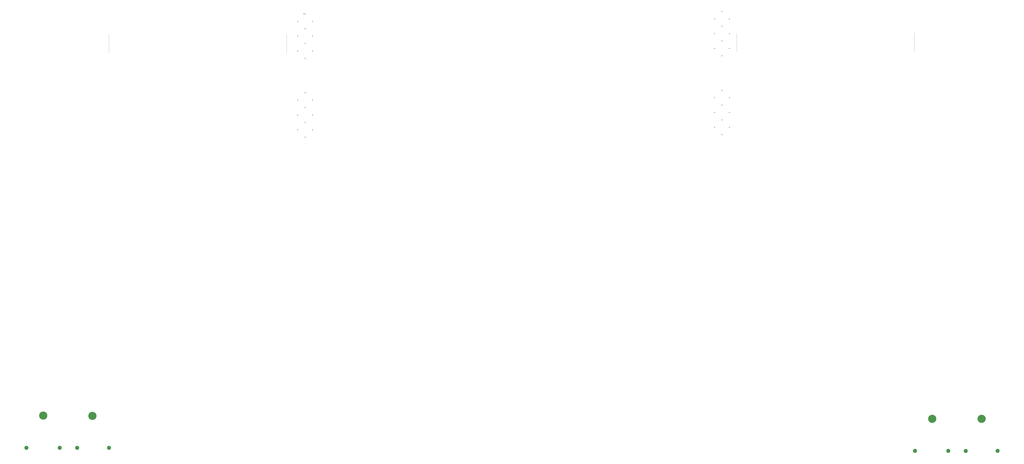
<source format=gbr>
%TF.GenerationSoftware,Altium Limited,Altium Designer,23.9.2 (47)*%
G04 Layer_Color=0*
%FSLAX45Y45*%
%MOMM*%
%TF.SameCoordinates,B27666AA-0A3C-4052-95A3-D01BD246DD82*%
%TF.FilePolarity,Positive*%
%TF.FileFunction,Plated,1,2,PTH,Drill*%
%TF.Part,Single*%
G01*
G75*
%TA.AperFunction,OtherDrill,Pad Free-3 (747.972mm,338.065mm)*%
%ADD26C,0.40000*%
%TA.AperFunction,OtherDrill,Pad Free-3 (748mm,339mm)*%
%ADD27C,0.40000*%
%TA.AperFunction,OtherDrill,Pad Free-3 (748mm,340mm)*%
%ADD28C,0.40000*%
%TA.AperFunction,OtherDrill,Pad Free-3 (748mm,341mm)*%
%ADD29C,0.40000*%
%TA.AperFunction,OtherDrill,Pad Free-3 (748mm,342mm)*%
%ADD30C,0.40000*%
%TA.AperFunction,OtherDrill,Pad Free-3 (748mm,343mm)*%
%ADD31C,0.40000*%
%TA.AperFunction,OtherDrill,Pad Free-3 (748mm,344mm)*%
%ADD32C,0.40000*%
%TA.AperFunction,OtherDrill,Pad Free-3 (748mm,345mm)*%
%ADD33C,0.40000*%
%TA.AperFunction,OtherDrill,Pad Free-3 (748mm,346mm)*%
%ADD34C,0.40000*%
%TA.AperFunction,OtherDrill,Pad Free-3 (748mm,347mm)*%
%ADD35C,0.40000*%
%TA.AperFunction,OtherDrill,Pad Free-3 (748mm,348mm)*%
%ADD36C,0.40000*%
%TA.AperFunction,OtherDrill,Pad Free-3 (748mm,349mm)*%
%ADD37C,0.40000*%
%TA.AperFunction,OtherDrill,Pad Free-3 (748mm,350mm)*%
%ADD38C,0.40000*%
%TA.AperFunction,OtherDrill,Pad Free-3 (748mm,351mm)*%
%ADD39C,0.40000*%
%TA.AperFunction,OtherDrill,Pad Free-3 (748mm,352mm)*%
%ADD40C,0.40000*%
%TA.AperFunction,OtherDrill,Pad Free-3 (604.029mm,352.01mm)*%
%ADD41C,0.40000*%
%TA.AperFunction,OtherDrill,Pad Free-3 (604.029mm,351.01mm)*%
%ADD42C,0.40000*%
%TA.AperFunction,OtherDrill,Pad Free-3 (604.029mm,350.01mm)*%
%ADD43C,0.40000*%
%TA.AperFunction,OtherDrill,Pad Free-3 (604.029mm,349.01mm)*%
%ADD44C,0.40000*%
%TA.AperFunction,OtherDrill,Pad Free-3 (604.029mm,348.01mm)*%
%ADD45C,0.40000*%
%TA.AperFunction,OtherDrill,Pad Free-3 (604.029mm,347.01mm)*%
%ADD46C,0.40000*%
%TA.AperFunction,OtherDrill,Pad Free-3 (604.029mm,346.01mm)*%
%ADD47C,0.40000*%
%TA.AperFunction,OtherDrill,Pad Free-3 (604.029mm,345.01mm)*%
%ADD48C,0.40000*%
%TA.AperFunction,OtherDrill,Pad Free-3 (604.029mm,344.01mm)*%
%ADD49C,0.40000*%
%TA.AperFunction,OtherDrill,Pad Free-3 (604.029mm,343.01mm)*%
%ADD50C,0.40000*%
%TA.AperFunction,OtherDrill,Pad Free-3 (604.029mm,342.01mm)*%
%ADD51C,0.40000*%
%TA.AperFunction,OtherDrill,Pad Free-3 (604.029mm,341.01mm)*%
%ADD52C,0.40000*%
%TA.AperFunction,OtherDrill,Pad Free-3 (604.029mm,340.01mm)*%
%ADD53C,0.40000*%
%TA.AperFunction,OtherDrill,Pad Free-3 (604.029mm,339.01mm)*%
%ADD54C,0.40000*%
%TA.AperFunction,OtherDrill,Pad Free-3 (604.001mm,338.075mm)*%
%ADD55C,0.40000*%
%TA.AperFunction,OtherDrill,Pad Free-3 (238.999mm,350.925mm)*%
%ADD56C,0.40000*%
%TA.AperFunction,OtherDrill,Pad Free-3 (238.971mm,349.99mm)*%
%ADD57C,0.40000*%
%TA.AperFunction,OtherDrill,Pad Free-3 (238.971mm,348.99mm)*%
%ADD58C,0.40000*%
%TA.AperFunction,OtherDrill,Pad Free-3 (238.971mm,347.99mm)*%
%ADD59C,0.40000*%
%TA.AperFunction,OtherDrill,Pad Free-3 (238.971mm,346.99mm)*%
%ADD60C,0.40000*%
%TA.AperFunction,OtherDrill,Pad Free-3 (238.971mm,345.99mm)*%
%ADD61C,0.40000*%
%TA.AperFunction,OtherDrill,Pad Free-3 (238.971mm,344.99mm)*%
%ADD62C,0.40000*%
%TA.AperFunction,OtherDrill,Pad Free-3 (238.971mm,343.99mm)*%
%ADD63C,0.40000*%
%TA.AperFunction,OtherDrill,Pad Free-3 (238.971mm,342.99mm)*%
%ADD64C,0.40000*%
%TA.AperFunction,OtherDrill,Pad Free-3 (238.971mm,341.99mm)*%
%ADD65C,0.40000*%
%TA.AperFunction,OtherDrill,Pad Free-3 (238.971mm,340.99mm)*%
%ADD66C,0.40000*%
%TA.AperFunction,OtherDrill,Pad Free-3 (238.971mm,339.99mm)*%
%ADD67C,0.40000*%
%TA.AperFunction,OtherDrill,Pad Free-3 (238.971mm,338.99mm)*%
%ADD68C,0.40000*%
%TA.AperFunction,OtherDrill,Pad Free-3 (238.971mm,337.99mm)*%
%ADD69C,0.40000*%
%TA.AperFunction,OtherDrill,Pad Free-3 (238.971mm,336.99mm)*%
%ADD70C,0.40000*%
%TA.AperFunction,OtherDrill,Pad Free-3 (95mm,337mm)*%
%ADD71C,0.40000*%
%TA.AperFunction,OtherDrill,Pad Free-3 (95mm,338mm)*%
%ADD72C,0.40000*%
%TA.AperFunction,OtherDrill,Pad Free-3 (95mm,339mm)*%
%ADD73C,0.40000*%
%TA.AperFunction,OtherDrill,Pad Free-3 (95mm,340mm)*%
%ADD74C,0.40000*%
%TA.AperFunction,OtherDrill,Pad Free-3 (95mm,341mm)*%
%ADD75C,0.40000*%
%TA.AperFunction,OtherDrill,Pad Free-3 (95mm,342mm)*%
%ADD76C,0.40000*%
%TA.AperFunction,OtherDrill,Pad Free-3 (95mm,343mm)*%
%ADD77C,0.40000*%
%TA.AperFunction,OtherDrill,Pad Free-3 (95mm,344mm)*%
%ADD78C,0.40000*%
%TA.AperFunction,OtherDrill,Pad Free-3 (95mm,345mm)*%
%ADD79C,0.40000*%
%TA.AperFunction,OtherDrill,Pad Free-3 (95mm,346mm)*%
%ADD80C,0.40000*%
%TA.AperFunction,OtherDrill,Pad Free-3 (95mm,347mm)*%
%ADD81C,0.40000*%
%TA.AperFunction,OtherDrill,Pad Free-3 (95mm,348mm)*%
%ADD82C,0.40000*%
%TA.AperFunction,OtherDrill,Pad Free-3 (95mm,349mm)*%
%ADD83C,0.40000*%
%TA.AperFunction,OtherDrill,Pad Free-3 (95mm,350mm)*%
%ADD84C,0.40000*%
%TA.AperFunction,OtherDrill,Pad Free-3 (95.028mm,350.935mm)*%
%ADD85C,0.40000*%
%TA.AperFunction,ComponentDrill*%
%ADD86C,6.60000*%
%TA.AperFunction,OtherDrill,Pad Free-2 (775.5mm,13.5mm)*%
%ADD87C,3.30000*%
%TA.AperFunction,OtherDrill,Pad Free-2 (748.5mm,13.5mm)*%
%ADD88C,3.30000*%
%TA.AperFunction,OtherDrill,Pad Free-2 (815.5mm,13.5mm)*%
%ADD89C,3.30000*%
%TA.AperFunction,OtherDrill,Pad Free-2 (789.628mm,13.475mm)*%
%ADD90C,3.30000*%
%TA.AperFunction,OtherDrill,Pad Free-2 (69.128mm,15.975mm)*%
%ADD91C,3.30000*%
%TA.AperFunction,OtherDrill,Pad Free-2 (95mm,16mm)*%
%ADD92C,3.30000*%
%TA.AperFunction,OtherDrill,Pad Free-2 (28mm,16mm)*%
%ADD93C,3.30000*%
%TA.AperFunction,OtherDrill,Pad Free-2 (55mm,16mm)*%
%ADD94C,3.30000*%
%TA.AperFunction,ViaDrill,NotFilled*%
%ADD95C,0.71120*%
D26*
X74797229Y33806537D02*
D03*
D27*
X74800000Y33900000D02*
D03*
D28*
Y34000000D02*
D03*
D29*
Y34100000D02*
D03*
D30*
Y34200000D02*
D03*
D31*
Y34300000D02*
D03*
D32*
Y34400000D02*
D03*
D33*
Y34500000D02*
D03*
D34*
Y34600000D02*
D03*
D35*
Y34700000D02*
D03*
D36*
Y34800000D02*
D03*
D37*
Y34900000D02*
D03*
D38*
Y35000000D02*
D03*
D39*
Y35100000D02*
D03*
D40*
Y35200000D02*
D03*
D41*
X60402856Y35200992D02*
D03*
D42*
Y35100992D02*
D03*
D43*
Y35000989D02*
D03*
D44*
Y34900989D02*
D03*
D45*
Y34800989D02*
D03*
D46*
Y34700992D02*
D03*
D47*
Y34600989D02*
D03*
D48*
Y34500989D02*
D03*
D49*
Y34400989D02*
D03*
D50*
Y34300992D02*
D03*
D51*
Y34200992D02*
D03*
D52*
Y34100989D02*
D03*
D53*
Y34000989D02*
D03*
D54*
Y33900989D02*
D03*
D55*
X60400079Y33807526D02*
D03*
D56*
X23899919Y35092474D02*
D03*
D57*
X23897145Y34999011D02*
D03*
D58*
Y34899008D02*
D03*
D59*
Y34799008D02*
D03*
D60*
Y34699008D02*
D03*
D61*
Y34599008D02*
D03*
D62*
Y34499008D02*
D03*
D63*
Y34399008D02*
D03*
D64*
Y34299008D02*
D03*
D65*
Y34199008D02*
D03*
D66*
Y34099011D02*
D03*
D67*
Y33999008D02*
D03*
D68*
Y33899008D02*
D03*
D69*
Y33799008D02*
D03*
D70*
Y33699008D02*
D03*
D71*
X9500000Y33700000D02*
D03*
D72*
Y33800000D02*
D03*
D73*
Y33900000D02*
D03*
D74*
Y34000000D02*
D03*
D75*
Y34100000D02*
D03*
D76*
Y34200000D02*
D03*
D77*
Y34300000D02*
D03*
D78*
Y34400000D02*
D03*
D79*
Y34500000D02*
D03*
D80*
Y34600000D02*
D03*
D81*
Y34700000D02*
D03*
D82*
Y34800000D02*
D03*
D83*
Y34900000D02*
D03*
D84*
Y35000000D02*
D03*
D85*
X9502773Y35093463D02*
D03*
D86*
X8153400Y4191000D02*
D03*
X80250000Y3950000D02*
D03*
X76250000D02*
D03*
X4165600Y4216400D02*
D03*
D87*
X77550000Y1350000D02*
D03*
D88*
X74850000D02*
D03*
D89*
X81550000D02*
D03*
D90*
X78962775Y1347540D02*
D03*
D91*
X6912777Y1597540D02*
D03*
D92*
X9500000Y1600000D02*
D03*
D93*
X2800000D02*
D03*
D94*
X5500000D02*
D03*
D95*
X25400000Y35600000D02*
D03*
X26000000Y36200000D02*
D03*
X24800000D02*
D03*
X25400000Y36800000D02*
D03*
X24800000Y35000000D02*
D03*
X26000000D02*
D03*
X25400000Y34400000D02*
D03*
X24800000Y33800000D02*
D03*
X26000000D02*
D03*
X25400000Y33200000D02*
D03*
Y26800000D02*
D03*
X26000000Y27400000D02*
D03*
X24800000D02*
D03*
X25400000Y28000000D02*
D03*
X26000000Y28600000D02*
D03*
X24800000D02*
D03*
X25400000Y30400000D02*
D03*
X24800000Y29800000D02*
D03*
X26000000D02*
D03*
X25400000Y29200000D02*
D03*
X59200000Y29400000D02*
D03*
X59800000Y30000000D02*
D03*
X58600000D02*
D03*
X59200000Y30600000D02*
D03*
X58600000Y28800000D02*
D03*
X59800000D02*
D03*
X59200000Y28200000D02*
D03*
X58600000Y27600000D02*
D03*
X59800000D02*
D03*
X59200000Y27000000D02*
D03*
Y33400000D02*
D03*
X59800000Y34000000D02*
D03*
X58600000D02*
D03*
X59200000Y34600000D02*
D03*
X59800000Y35200000D02*
D03*
X58600000D02*
D03*
X59200000Y37000000D02*
D03*
X58600000Y36400000D02*
D03*
X59800000D02*
D03*
X59200000Y35800000D02*
D03*
X25300000Y36800000D02*
D03*
%TF.MD5,b05c0206dea7bc43173f2019f39744f8*%
M02*

</source>
